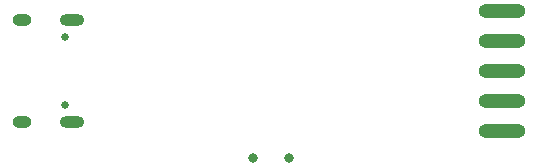
<source format=gbr>
%TF.GenerationSoftware,KiCad,Pcbnew,(6.0.5)*%
%TF.CreationDate,2022-07-08T10:28:12+08:00*%
%TF.ProjectId,dap_ch549f,6461705f-6368-4353-9439-662e6b696361,rev?*%
%TF.SameCoordinates,Original*%
%TF.FileFunction,Soldermask,Bot*%
%TF.FilePolarity,Negative*%
%FSLAX46Y46*%
G04 Gerber Fmt 4.6, Leading zero omitted, Abs format (unit mm)*
G04 Created by KiCad (PCBNEW (6.0.5)) date 2022-07-08 10:28:12*
%MOMM*%
%LPD*%
G01*
G04 APERTURE LIST*
%ADD10O,3.999992X1.199998*%
%ADD11C,0.800000*%
%ADD12C,0.650000*%
%ADD13O,2.100000X1.000000*%
%ADD14O,1.600000X1.000000*%
G04 APERTURE END LIST*
D10*
%TO.C,P1*%
X168350000Y-89560000D03*
X168350000Y-92100000D03*
X168350000Y-94640000D03*
X168350000Y-97180000D03*
X168350000Y-99720000D03*
%TD*%
D11*
%TO.C,SW2*%
X147300003Y-102050000D03*
X150300002Y-102050000D03*
%TD*%
D12*
%TO.C,J1*%
X131390000Y-91750000D03*
X131390000Y-97530000D03*
D13*
X131920000Y-98960000D03*
X131920000Y-90320000D03*
D14*
X127740000Y-90320000D03*
X127740000Y-98960000D03*
%TD*%
M02*

</source>
